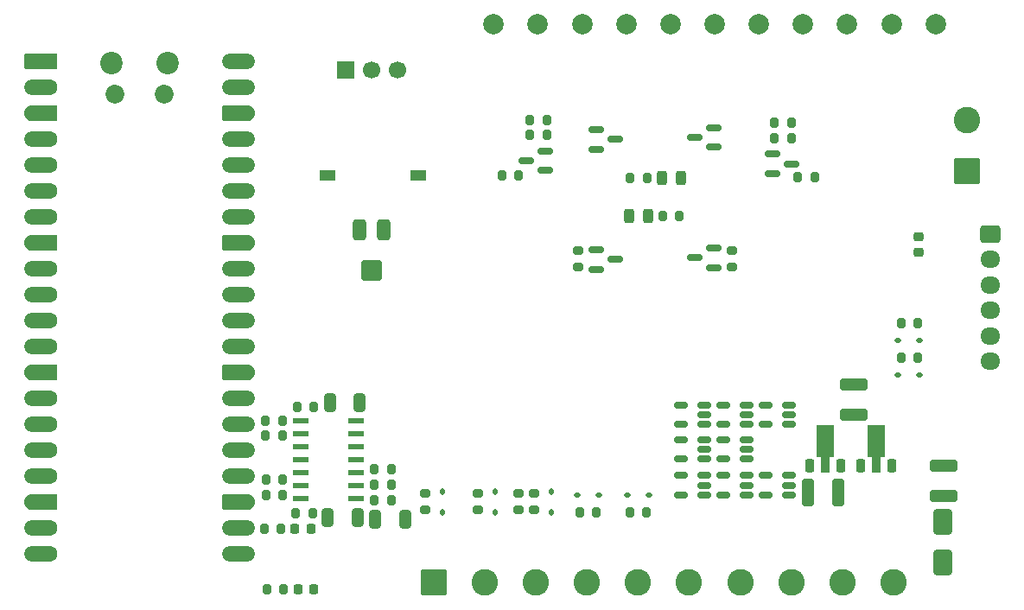
<source format=gts>
%TF.GenerationSoftware,KiCad,Pcbnew,9.0.2*%
%TF.CreationDate,2025-06-08T07:26:58-06:00*%
%TF.ProjectId,Pico_H-bridge_complete,5069636f-5f48-42d6-9272-696467655f63,rev?*%
%TF.SameCoordinates,Original*%
%TF.FileFunction,Soldermask,Top*%
%TF.FilePolarity,Negative*%
%FSLAX46Y46*%
G04 Gerber Fmt 4.6, Leading zero omitted, Abs format (unit mm)*
G04 Created by KiCad (PCBNEW 9.0.2) date 2025-06-08 07:26:58*
%MOMM*%
%LPD*%
G01*
G04 APERTURE LIST*
G04 Aperture macros list*
%AMRoundRect*
0 Rectangle with rounded corners*
0 $1 Rounding radius*
0 $2 $3 $4 $5 $6 $7 $8 $9 X,Y pos of 4 corners*
0 Add a 4 corners polygon primitive as box body*
4,1,4,$2,$3,$4,$5,$6,$7,$8,$9,$2,$3,0*
0 Add four circle primitives for the rounded corners*
1,1,$1+$1,$2,$3*
1,1,$1+$1,$4,$5*
1,1,$1+$1,$6,$7*
1,1,$1+$1,$8,$9*
0 Add four rect primitives between the rounded corners*
20,1,$1+$1,$2,$3,$4,$5,0*
20,1,$1+$1,$4,$5,$6,$7,0*
20,1,$1+$1,$6,$7,$8,$9,0*
20,1,$1+$1,$8,$9,$2,$3,0*%
%AMFreePoly0*
4,1,37,0.800000,0.796148,0.878414,0.796148,1.032228,0.765552,1.177117,0.705537,1.307515,0.618408,1.418408,0.507515,1.505537,0.377117,1.565552,0.232228,1.596148,0.078414,1.596148,-0.078414,1.565552,-0.232228,1.505537,-0.377117,1.418408,-0.507515,1.307515,-0.618408,1.177117,-0.705537,1.032228,-0.765552,0.878414,-0.796148,0.800000,-0.796148,0.800000,-0.800000,-1.400000,-0.800000,
-1.403843,-0.796157,-1.439018,-0.796157,-1.511114,-0.766294,-1.566294,-0.711114,-1.596157,-0.639018,-1.596157,-0.603843,-1.600000,-0.600000,-1.600000,0.600000,-1.596157,0.603843,-1.596157,0.639018,-1.566294,0.711114,-1.511114,0.766294,-1.439018,0.796157,-1.403843,0.796157,-1.400000,0.800000,0.800000,0.800000,0.800000,0.796148,0.800000,0.796148,$1*%
%AMFreePoly1*
4,1,37,1.403843,0.796157,1.439018,0.796157,1.511114,0.766294,1.566294,0.711114,1.596157,0.639018,1.596157,0.603843,1.600000,0.600000,1.600000,-0.600000,1.596157,-0.603843,1.596157,-0.639018,1.566294,-0.711114,1.511114,-0.766294,1.439018,-0.796157,1.403843,-0.796157,1.400000,-0.800000,-0.800000,-0.800000,-0.800000,-0.796148,-0.878414,-0.796148,-1.032228,-0.765552,-1.177117,-0.705537,
-1.307515,-0.618408,-1.418408,-0.507515,-1.505537,-0.377117,-1.565552,-0.232228,-1.596148,-0.078414,-1.596148,0.078414,-1.565552,0.232228,-1.505537,0.377117,-1.418408,0.507515,-1.307515,0.618408,-1.177117,0.705537,-1.032228,0.765552,-0.878414,0.796148,-0.800000,0.796148,-0.800000,0.800000,1.400000,0.800000,1.403843,0.796157,1.403843,0.796157,$1*%
%AMFreePoly2*
4,1,37,0.603843,0.796157,0.639018,0.796157,0.711114,0.766294,0.766294,0.711114,0.796157,0.639018,0.796157,0.603843,0.800000,0.600000,0.800000,-0.600000,0.796157,-0.603843,0.796157,-0.639018,0.766294,-0.711114,0.711114,-0.766294,0.639018,-0.796157,0.603843,-0.796157,0.600000,-0.800000,0.000000,-0.800000,0.000000,-0.796148,-0.078414,-0.796148,-0.232228,-0.765552,-0.377117,-0.705537,
-0.507515,-0.618408,-0.618408,-0.507515,-0.705537,-0.377117,-0.765552,-0.232228,-0.796148,-0.078414,-0.796148,0.078414,-0.765552,0.232228,-0.705537,0.377117,-0.618408,0.507515,-0.507515,0.618408,-0.377117,0.705537,-0.232228,0.765552,-0.078414,0.796148,0.000000,0.796148,0.000000,0.800000,0.600000,0.800000,0.603843,0.796157,0.603843,0.796157,$1*%
%AMFreePoly3*
4,1,37,0.000000,0.796148,0.078414,0.796148,0.232228,0.765552,0.377117,0.705537,0.507515,0.618408,0.618408,0.507515,0.705537,0.377117,0.765552,0.232228,0.796148,0.078414,0.796148,-0.078414,0.765552,-0.232228,0.705537,-0.377117,0.618408,-0.507515,0.507515,-0.618408,0.377117,-0.705537,0.232228,-0.765552,0.078414,-0.796148,0.000000,-0.796148,0.000000,-0.800000,-0.600000,-0.800000,
-0.603843,-0.796157,-0.639018,-0.796157,-0.711114,-0.766294,-0.766294,-0.711114,-0.796157,-0.639018,-0.796157,-0.603843,-0.800000,-0.600000,-0.800000,0.600000,-0.796157,0.603843,-0.796157,0.639018,-0.766294,0.711114,-0.711114,0.766294,-0.639018,0.796157,-0.603843,0.796157,-0.600000,0.800000,0.000000,0.800000,0.000000,0.796148,0.000000,0.796148,$1*%
%AMFreePoly4*
4,1,9,3.862500,-0.866500,0.737500,-0.866500,0.737500,-0.450000,-0.737500,-0.450000,-0.737500,0.450000,0.737500,0.450000,0.737500,0.866500,3.862500,0.866500,3.862500,-0.866500,3.862500,-0.866500,$1*%
G04 Aperture macros list end*
%ADD10C,2.200000*%
%ADD11C,1.850000*%
%ADD12FreePoly0,0.000000*%
%ADD13RoundRect,0.200000X-0.600000X-0.600000X0.600000X-0.600000X0.600000X0.600000X-0.600000X0.600000X0*%
%ADD14RoundRect,0.800000X-0.800000X-0.000010X0.800000X-0.000010X0.800000X0.000010X-0.800000X0.000010X0*%
%ADD15C,1.600000*%
%ADD16FreePoly1,0.000000*%
%ADD17FreePoly2,0.000000*%
%ADD18FreePoly3,0.000000*%
%ADD19C,2.000000*%
%ADD20RoundRect,0.150000X-0.587500X-0.150000X0.587500X-0.150000X0.587500X0.150000X-0.587500X0.150000X0*%
%ADD21RoundRect,0.250000X1.100000X-0.325000X1.100000X0.325000X-1.100000X0.325000X-1.100000X-0.325000X0*%
%ADD22RoundRect,0.200000X0.200000X0.275000X-0.200000X0.275000X-0.200000X-0.275000X0.200000X-0.275000X0*%
%ADD23RoundRect,0.200000X-0.200000X-0.275000X0.200000X-0.275000X0.200000X0.275000X-0.200000X0.275000X0*%
%ADD24RoundRect,0.112500X-0.187500X-0.112500X0.187500X-0.112500X0.187500X0.112500X-0.187500X0.112500X0*%
%ADD25RoundRect,0.200000X0.275000X-0.200000X0.275000X0.200000X-0.275000X0.200000X-0.275000X-0.200000X0*%
%ADD26RoundRect,0.250000X-0.725000X0.600000X-0.725000X-0.600000X0.725000X-0.600000X0.725000X0.600000X0*%
%ADD27O,1.950000X1.700000*%
%ADD28RoundRect,0.250000X-1.050000X-1.050000X1.050000X-1.050000X1.050000X1.050000X-1.050000X1.050000X0*%
%ADD29C,2.600000*%
%ADD30RoundRect,0.225000X-0.250000X0.225000X-0.250000X-0.225000X0.250000X-0.225000X0.250000X0.225000X0*%
%ADD31RoundRect,0.250000X-0.325000X-1.100000X0.325000X-1.100000X0.325000X1.100000X-0.325000X1.100000X0*%
%ADD32RoundRect,0.225000X0.225000X-0.425000X0.225000X0.425000X-0.225000X0.425000X-0.225000X-0.425000X0*%
%ADD33FreePoly4,90.000000*%
%ADD34RoundRect,0.150000X0.587500X0.150000X-0.587500X0.150000X-0.587500X-0.150000X0.587500X-0.150000X0*%
%ADD35RoundRect,0.218750X0.218750X0.256250X-0.218750X0.256250X-0.218750X-0.256250X0.218750X-0.256250X0*%
%ADD36RoundRect,0.250000X1.050000X-1.050000X1.050000X1.050000X-1.050000X1.050000X-1.050000X-1.050000X0*%
%ADD37RoundRect,0.112500X-0.112500X0.187500X-0.112500X-0.187500X0.112500X-0.187500X0.112500X0.187500X0*%
%ADD38RoundRect,0.150000X0.512500X0.150000X-0.512500X0.150000X-0.512500X-0.150000X0.512500X-0.150000X0*%
%ADD39R,1.700000X1.700000*%
%ADD40C,1.700000*%
%ADD41RoundRect,0.200000X-0.275000X0.200000X-0.275000X-0.200000X0.275000X-0.200000X0.275000X0.200000X0*%
%ADD42RoundRect,0.250000X-0.325000X-0.650000X0.325000X-0.650000X0.325000X0.650000X-0.325000X0.650000X0*%
%ADD43RoundRect,0.243750X0.243750X0.456250X-0.243750X0.456250X-0.243750X-0.456250X0.243750X-0.456250X0*%
%ADD44R,1.550000X0.600000*%
%ADD45R,1.500000X1.100000*%
%ADD46RoundRect,0.250000X-0.400000X-0.750000X0.400000X-0.750000X0.400000X0.750000X-0.400000X0.750000X0*%
%ADD47RoundRect,0.250000X-0.750000X-0.750000X0.750000X-0.750000X0.750000X0.750000X-0.750000X0.750000X0*%
%ADD48RoundRect,0.250000X-0.650000X1.000000X-0.650000X-1.000000X0.650000X-1.000000X0.650000X1.000000X0*%
%ADD49RoundRect,0.243750X-0.243750X-0.456250X0.243750X-0.456250X0.243750X0.456250X-0.243750X0.456250X0*%
G04 APERTURE END LIST*
D10*
%TO.C,U1*%
X97165000Y-63130000D03*
D11*
X97465000Y-66160000D03*
X102315000Y-66160000D03*
D10*
X102615000Y-63130000D03*
D12*
X90200000Y-63000000D03*
D13*
X91000000Y-63000000D03*
D14*
X90200000Y-65540000D03*
D15*
X91000000Y-65540000D03*
D16*
X90200000Y-68080000D03*
D17*
X91000000Y-68080000D03*
D14*
X90200000Y-70620000D03*
D15*
X91000000Y-70620000D03*
D14*
X90200000Y-73160000D03*
D15*
X91000000Y-73160000D03*
D14*
X90200000Y-75700000D03*
D15*
X91000000Y-75700000D03*
D14*
X90200000Y-78240000D03*
D15*
X91000000Y-78240000D03*
D16*
X90200000Y-80780000D03*
D17*
X91000000Y-80780000D03*
D14*
X90200000Y-83320000D03*
D15*
X91000000Y-83320000D03*
D14*
X90200000Y-85860000D03*
D15*
X91000000Y-85860000D03*
D14*
X90200000Y-88400000D03*
D15*
X91000000Y-88400000D03*
D14*
X90200000Y-90940000D03*
D15*
X91000000Y-90940000D03*
D16*
X90200000Y-93480000D03*
D17*
X91000000Y-93480000D03*
D14*
X90200000Y-96020000D03*
D15*
X91000000Y-96020000D03*
D14*
X90200000Y-98560000D03*
D15*
X91000000Y-98560000D03*
D14*
X90200000Y-101100000D03*
D15*
X91000000Y-101100000D03*
D14*
X90200000Y-103640000D03*
D15*
X91000000Y-103640000D03*
D16*
X90200000Y-106180000D03*
D17*
X91000000Y-106180000D03*
D14*
X90200000Y-108720000D03*
D15*
X91000000Y-108720000D03*
D14*
X90200000Y-111260000D03*
D15*
X91000000Y-111260000D03*
X108780000Y-111260000D03*
D14*
X109580000Y-111260000D03*
D15*
X108780000Y-108720000D03*
D14*
X109580000Y-108720000D03*
D18*
X108780000Y-106180000D03*
D12*
X109580000Y-106180000D03*
D15*
X108780000Y-103640000D03*
D14*
X109580000Y-103640000D03*
D15*
X108780000Y-101100000D03*
D14*
X109580000Y-101100000D03*
D15*
X108780000Y-98560000D03*
D14*
X109580000Y-98560000D03*
D15*
X108780000Y-96020000D03*
D14*
X109580000Y-96020000D03*
D18*
X108780000Y-93480000D03*
D12*
X109580000Y-93480000D03*
D15*
X108780000Y-90940000D03*
D14*
X109580000Y-90940000D03*
D15*
X108780000Y-88400000D03*
D14*
X109580000Y-88400000D03*
D15*
X108780000Y-85860000D03*
D14*
X109580000Y-85860000D03*
D15*
X108780000Y-83320000D03*
D14*
X109580000Y-83320000D03*
D18*
X108780000Y-80780000D03*
D12*
X109580000Y-80780000D03*
D15*
X108780000Y-78240000D03*
D14*
X109580000Y-78240000D03*
D15*
X108780000Y-75700000D03*
D14*
X109580000Y-75700000D03*
D15*
X108780000Y-73160000D03*
D14*
X109580000Y-73160000D03*
D15*
X108780000Y-70620000D03*
D14*
X109580000Y-70620000D03*
D18*
X108780000Y-68080000D03*
D12*
X109580000Y-68080000D03*
D15*
X108780000Y-65540000D03*
D14*
X109580000Y-65540000D03*
D15*
X108780000Y-63000000D03*
D14*
X109580000Y-63000000D03*
%TD*%
D19*
%TO.C,TP3*%
X177885000Y-59325000D03*
%TD*%
%TO.C,TP11*%
X147568000Y-59325000D03*
%TD*%
%TO.C,TP10*%
X138906000Y-59325000D03*
%TD*%
%TO.C,TP9*%
X143237000Y-59325000D03*
%TD*%
%TO.C,TP8*%
X151899000Y-59325000D03*
%TD*%
%TO.C,TP7*%
X169223000Y-59325000D03*
%TD*%
%TO.C,TP6*%
X164892000Y-59325000D03*
%TD*%
%TO.C,TP5*%
X160561000Y-59325000D03*
%TD*%
%TO.C,TP4*%
X156230000Y-59325000D03*
%TD*%
%TO.C,TP2*%
X173554000Y-59325000D03*
%TD*%
%TO.C,TP1*%
X134575000Y-59325000D03*
%TD*%
D20*
%TO.C,Q6*%
X161882500Y-72060000D03*
X161882500Y-73960000D03*
X163757500Y-73010000D03*
%TD*%
D21*
%TO.C,C4*%
X178625000Y-105525000D03*
X178625000Y-102575000D03*
%TD*%
D22*
%TO.C,R5*%
X176165000Y-92000000D03*
X174515000Y-92000000D03*
%TD*%
%TO.C,R4*%
X144642500Y-107147500D03*
X142992500Y-107147500D03*
%TD*%
D23*
%TO.C,R2*%
X112105000Y-108778400D03*
X113755000Y-108778400D03*
%TD*%
D24*
%TO.C,D16*%
X174170000Y-90300000D03*
X176270000Y-90300000D03*
%TD*%
D23*
%TO.C,R31*%
X135395000Y-74100000D03*
X137045000Y-74100000D03*
%TD*%
D25*
%TO.C,R24*%
X137050000Y-106940000D03*
X137050000Y-105290000D03*
%TD*%
D23*
%TO.C,R27*%
X164395000Y-74300000D03*
X166045000Y-74300000D03*
%TD*%
%TO.C,R12*%
X112235000Y-98145000D03*
X113885000Y-98145000D03*
%TD*%
D25*
%TO.C,R8*%
X127830000Y-106940000D03*
X127830000Y-105290000D03*
%TD*%
D26*
%TO.C,J2*%
X183200000Y-79880000D03*
D27*
X183200000Y-82380000D03*
X183200000Y-84880000D03*
X183200000Y-87380000D03*
X183200000Y-89880000D03*
X183200000Y-92380000D03*
%TD*%
D28*
%TO.C,J1*%
X128730000Y-114000000D03*
D29*
X133730000Y-114000000D03*
X138730000Y-114000000D03*
X143730000Y-114000000D03*
X148730000Y-114000000D03*
X153730000Y-114000000D03*
X158730000Y-114000000D03*
X163730000Y-114000000D03*
X168730000Y-114000000D03*
X173730000Y-114000000D03*
%TD*%
D30*
%TO.C,C5*%
X176245000Y-80155000D03*
X176245000Y-81705000D03*
%TD*%
D31*
%TO.C,C12*%
X165345000Y-105200000D03*
X168295000Y-105200000D03*
%TD*%
D20*
%TO.C,Q3*%
X144617500Y-69660000D03*
X144617500Y-71560000D03*
X146492500Y-70610000D03*
%TD*%
D32*
%TO.C,U7*%
X165565000Y-102625000D03*
D33*
X167065000Y-102537500D03*
D32*
X168565000Y-102625000D03*
%TD*%
D34*
%TO.C,Q5*%
X139657500Y-73660000D03*
X139657500Y-71760000D03*
X137782500Y-72710000D03*
%TD*%
D24*
%TO.C,D12*%
X147710000Y-105437500D03*
X149810000Y-105437500D03*
%TD*%
D20*
%TO.C,Q1*%
X144617500Y-81435000D03*
X144617500Y-83335000D03*
X146492500Y-82385000D03*
%TD*%
D35*
%TO.C,D1*%
X116971500Y-114674000D03*
X115396500Y-114674000D03*
%TD*%
D36*
%TO.C,J3*%
X180945000Y-73730000D03*
D29*
X180945000Y-68730000D03*
%TD*%
D22*
%TO.C,R16*%
X113915000Y-105435000D03*
X112265000Y-105435000D03*
%TD*%
D23*
%TO.C,R17*%
X122885000Y-105950000D03*
X124535000Y-105950000D03*
%TD*%
D37*
%TO.C,D14*%
X134740000Y-105087500D03*
X134740000Y-107187500D03*
%TD*%
D23*
%TO.C,R19*%
X122895000Y-102965000D03*
X124545000Y-102965000D03*
%TD*%
D32*
%TO.C,U6*%
X170565000Y-102625000D03*
D33*
X172065000Y-102537500D03*
D32*
X173565000Y-102625000D03*
%TD*%
D22*
%TO.C,R7*%
X149600000Y-74350000D03*
X147950000Y-74350000D03*
%TD*%
D38*
%TO.C,U2*%
X155212500Y-105455000D03*
X155212500Y-104505000D03*
X155212500Y-103555000D03*
X152937500Y-103555000D03*
X152937500Y-105455000D03*
%TD*%
D39*
%TO.C,JP1*%
X120080000Y-63795000D03*
D40*
X122620000Y-63795000D03*
X125160000Y-63795000D03*
%TD*%
D41*
%TO.C,R35*%
X142852600Y-81472500D03*
X142852600Y-83122500D03*
%TD*%
D21*
%TO.C,C8*%
X169820000Y-97570000D03*
X169820000Y-94620000D03*
%TD*%
D34*
%TO.C,Q4*%
X156142500Y-71385000D03*
X156142500Y-69485000D03*
X154267500Y-70435000D03*
%TD*%
D22*
%TO.C,R13*%
X113875000Y-99625000D03*
X112225000Y-99625000D03*
%TD*%
D38*
%TO.C,U9*%
X163517500Y-98520000D03*
X163517500Y-97570000D03*
X163517500Y-96620000D03*
X161242500Y-96620000D03*
X161242500Y-98520000D03*
%TD*%
D22*
%TO.C,R3*%
X176165000Y-88600000D03*
X174515000Y-88600000D03*
%TD*%
D35*
%TO.C,D2*%
X116687500Y-108800000D03*
X115112500Y-108800000D03*
%TD*%
D42*
%TO.C,C2*%
X118335000Y-107650000D03*
X121285000Y-107650000D03*
%TD*%
D25*
%TO.C,R10*%
X133040000Y-106940000D03*
X133040000Y-105290000D03*
%TD*%
D38*
%TO.C,U13*%
X159352500Y-105455000D03*
X159352500Y-104505000D03*
X159352500Y-103555000D03*
X157077500Y-103555000D03*
X157077500Y-105455000D03*
%TD*%
D25*
%TO.C,R37*%
X157927000Y-83122500D03*
X157927000Y-81472500D03*
%TD*%
D43*
%TO.C,D3*%
X149732500Y-78120000D03*
X147857500Y-78120000D03*
%TD*%
D23*
%TO.C,R1*%
X112369000Y-114674000D03*
X114019000Y-114674000D03*
%TD*%
D37*
%TO.C,D11*%
X140220000Y-105087500D03*
X140220000Y-107187500D03*
%TD*%
D34*
%TO.C,Q2*%
X156142500Y-83160000D03*
X156142500Y-81260000D03*
X154267500Y-82210000D03*
%TD*%
D24*
%TO.C,D17*%
X174170000Y-93700000D03*
X176270000Y-93700000D03*
%TD*%
D42*
%TO.C,C1*%
X118515000Y-96390000D03*
X121465000Y-96390000D03*
%TD*%
D38*
%TO.C,U8*%
X163517500Y-105455000D03*
X163517500Y-104505000D03*
X163517500Y-103555000D03*
X161242500Y-103555000D03*
X161242500Y-105455000D03*
%TD*%
D42*
%TO.C,C3*%
X122975000Y-107850000D03*
X125925000Y-107850000D03*
%TD*%
D44*
%TO.C,U5*%
X115705000Y-98205000D03*
X115705000Y-99475000D03*
X115705000Y-100745000D03*
X115705000Y-102015000D03*
X115705000Y-103285000D03*
X115705000Y-104555000D03*
X115705000Y-105825000D03*
X121105000Y-105825000D03*
X121105000Y-104555000D03*
X121105000Y-103285000D03*
X121105000Y-102015000D03*
X121105000Y-100745000D03*
X121105000Y-99475000D03*
X121105000Y-98205000D03*
%TD*%
D38*
%TO.C,U4*%
X159352500Y-101945000D03*
X159352500Y-100995000D03*
X159352500Y-100045000D03*
X157077500Y-100045000D03*
X157077500Y-101945000D03*
%TD*%
D22*
%TO.C,R18*%
X124545000Y-104450000D03*
X122895000Y-104450000D03*
%TD*%
D45*
%TO.C,SW1*%
X127170000Y-74170000D03*
X118270000Y-74170000D03*
%TD*%
D38*
%TO.C,U12*%
X159365000Y-98520000D03*
X159365000Y-97570000D03*
X159365000Y-96620000D03*
X157090000Y-96620000D03*
X157090000Y-98520000D03*
%TD*%
D23*
%TO.C,R30*%
X138145000Y-68700000D03*
X139795000Y-68700000D03*
%TD*%
D46*
%TO.C,RV1*%
X123770000Y-79475000D03*
D47*
X122620000Y-83475000D03*
D46*
X121470000Y-79475000D03*
%TD*%
D23*
%TO.C,R14*%
X115195000Y-107230000D03*
X116845000Y-107230000D03*
%TD*%
%TO.C,R15*%
X112255000Y-103955000D03*
X113905000Y-103955000D03*
%TD*%
D37*
%TO.C,D15*%
X129540000Y-105087500D03*
X129540000Y-107187500D03*
%TD*%
D41*
%TO.C,R25*%
X138510000Y-105290000D03*
X138510000Y-106940000D03*
%TD*%
D48*
%TO.C,D5*%
X178570000Y-108100000D03*
X178570000Y-112100000D03*
%TD*%
D38*
%TO.C,U10*%
X155212500Y-101945000D03*
X155212500Y-100995000D03*
X155212500Y-100045000D03*
X152937500Y-100045000D03*
X152937500Y-101945000D03*
%TD*%
D23*
%TO.C,R28*%
X162095000Y-69000000D03*
X163745000Y-69000000D03*
%TD*%
D38*
%TO.C,U3*%
X155212500Y-98520000D03*
X155212500Y-97570000D03*
X155212500Y-96620000D03*
X152937500Y-96620000D03*
X152937500Y-98520000D03*
%TD*%
D23*
%TO.C,R11*%
X115335000Y-96810000D03*
X116985000Y-96810000D03*
%TD*%
D24*
%TO.C,D13*%
X142790000Y-105437500D03*
X144890000Y-105437500D03*
%TD*%
D49*
%TO.C,D4*%
X151082500Y-74350000D03*
X152957500Y-74350000D03*
%TD*%
D22*
%TO.C,R6*%
X149562500Y-107167500D03*
X147912500Y-107167500D03*
%TD*%
D23*
%TO.C,R29*%
X138145000Y-70200000D03*
X139795000Y-70200000D03*
%TD*%
%TO.C,R26*%
X162095000Y-70500000D03*
X163745000Y-70500000D03*
%TD*%
%TO.C,R9*%
X151150000Y-78120000D03*
X152800000Y-78120000D03*
%TD*%
M02*

</source>
